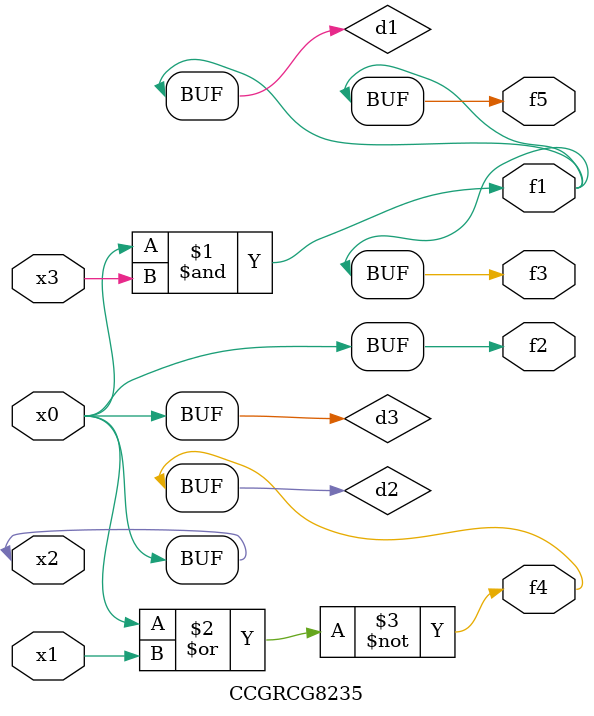
<source format=v>
module CCGRCG8235(
	input x0, x1, x2, x3,
	output f1, f2, f3, f4, f5
);

	wire d1, d2, d3;

	and (d1, x2, x3);
	nor (d2, x0, x1);
	buf (d3, x0, x2);
	assign f1 = d1;
	assign f2 = d3;
	assign f3 = d1;
	assign f4 = d2;
	assign f5 = d1;
endmodule

</source>
